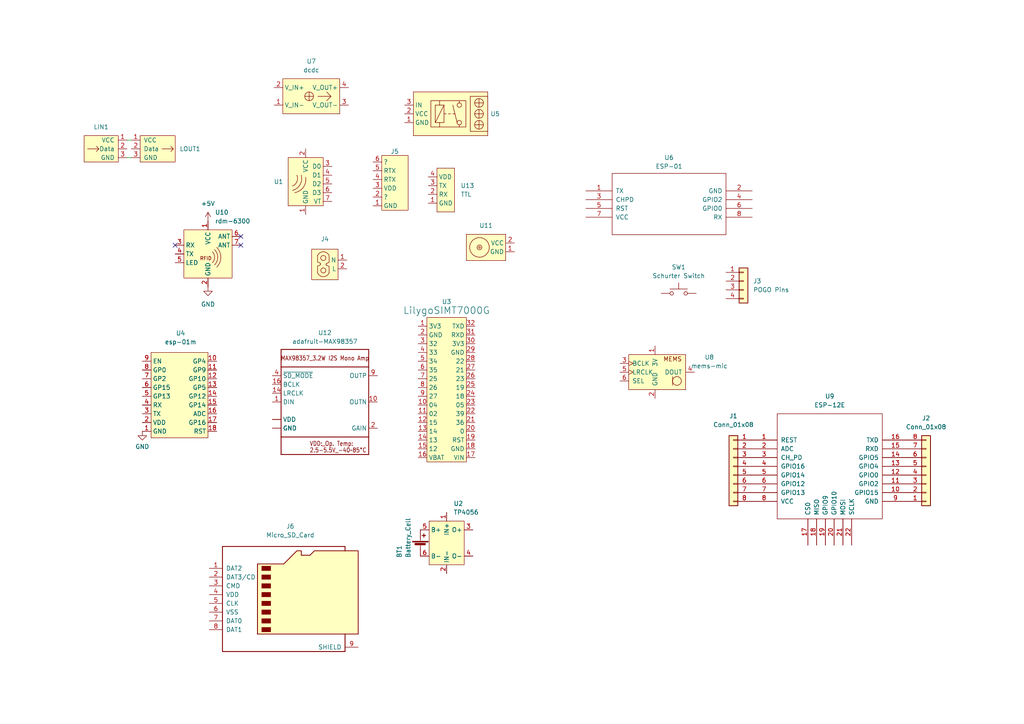
<source format=kicad_sch>
(kicad_sch (version 20211123) (generator eeschema)
  (paper "A4")
  (lib_symbols
    (symbol "Connector:Micro_SD_Card" (pin_names (offset 1.016))
      (property "Reference" "J" (at -16.51 15.24 0))
      (property "Value" "Micro_SD_Card" (at 16.51 15.24 0))
      (symbol "Micro_SD_Card_0_1"
        (rectangle (start -7.62 -9.525) (end -5.08 -10.795) (fill (type outline)))
        (rectangle (start -7.62 -6.985) (end -5.08 -8.255) (fill (type outline)))
        (rectangle (start -7.62 -4.445) (end -5.08 -5.715) (fill (type outline)))
        (rectangle (start -7.62 -1.905) (end -5.08 -3.175) (fill (type outline)))
        (rectangle (start -7.62 0.635) (end -5.08 -0.635) (fill (type outline)))
        (rectangle (start -7.62 3.175) (end -5.08 1.905) (fill (type outline)))
        (rectangle (start -7.62 5.715) (end -5.08 4.445) (fill (type outline)))
        (rectangle (start -7.62 8.255) (end -5.08 6.985) (fill (type outline)))
        (polyline (pts (xy 16.51 12.7) (xy 16.51 13.97) (xy -19.05 13.97) (xy -19.05 -16.51) (xy 16.51 -16.51) (xy 16.51 -11.43)) (stroke (width 0.254)))
        (polyline (pts (xy -8.89 -11.43) (xy -8.89 8.89) (xy -1.27 8.89) (xy 2.54 12.7) (xy 3.81 12.7) (xy 3.81 11.43) (xy 6.35 11.43) (xy 7.62 12.7) (xy 20.32 12.7) (xy 20.32 -11.43) (xy -8.89 -11.43)) (stroke (width 0.254)) (fill (type background)))
      )
      (symbol "Micro_SD_Card_1_1"
        (pin bidirectional line (at -22.86 7.62 0) (length 3.81) (name "DAT2") (number "1"))
        (pin bidirectional line (at -22.86 5.08 0) (length 3.81) (name "DAT3/CD") (number "2"))
        (pin input line (at -22.86 2.54 0) (length 3.81) (name "CMD") (number "3"))
        (pin power_in line (at -22.86 0 0) (length 3.81) (name "VDD") (number "4"))
        (pin input line (at -22.86 -2.54 0) (length 3.81) (name "CLK") (number "5"))
        (pin power_in line (at -22.86 -5.08 0) (length 3.81) (name "VSS") (number "6"))
        (pin bidirectional line (at -22.86 -7.62 0) (length 3.81) (name "DAT0") (number "7"))
        (pin bidirectional line (at -22.86 -10.16 0) (length 3.81) (name "DAT1") (number "8"))
        (pin passive line (at 20.32 -15.24 180) (length 3.81) (name "SHIELD") (number "9"))
      )
    )
    (symbol "Connector_Generic:Conn_01x04" (pin_names (offset 1.016) hide)
      (property "Reference" "J" (at 0 5.08 0))
      (property "Value" "Conn_01x04" (at 0 -7.62 0))
      (symbol "Conn_01x04_1_1"
        (rectangle (start -1.27 -4.953) (end 0 -5.207) (stroke (width 0.1524)))
        (rectangle (start -1.27 -2.413) (end 0 -2.667) (stroke (width 0.1524)))
        (rectangle (start -1.27 0.127) (end 0 -0.127) (stroke (width 0.1524)))
        (rectangle (start -1.27 2.667) (end 0 2.413) (stroke (width 0.1524)))
        (rectangle (start -1.27 3.81) (end 1.27 -6.35) (stroke (width 0.254)) (fill (type background)))
        (pin passive line (at -5.08 2.54 0) (length 3.81) (name "Pin_1") (number "1"))
        (pin passive line (at -5.08 0 0) (length 3.81) (name "Pin_2") (number "2"))
        (pin passive line (at -5.08 -2.54 0) (length 3.81) (name "Pin_3") (number "3"))
        (pin passive line (at -5.08 -5.08 0) (length 3.81) (name "Pin_4") (number "4"))
      )
    )
    (symbol "Connector_Generic:Conn_01x08" (pin_names (offset 1.016) hide)
      (property "Reference" "J" (at 0 10.16 0))
      (property "Value" "Conn_01x08" (at 0 -12.7 0))
      (symbol "Conn_01x08_1_1"
        (rectangle (start -1.27 -10.033) (end 0 -10.287) (stroke (width 0.1524)))
        (rectangle (start -1.27 -7.493) (end 0 -7.747) (stroke (width 0.1524)))
        (rectangle (start -1.27 -4.953) (end 0 -5.207) (stroke (width 0.1524)))
        (rectangle (start -1.27 -2.413) (end 0 -2.667) (stroke (width 0.1524)))
        (rectangle (start -1.27 0.127) (end 0 -0.127) (stroke (width 0.1524)))
        (rectangle (start -1.27 2.667) (end 0 2.413) (stroke (width 0.1524)))
        (rectangle (start -1.27 5.207) (end 0 4.953) (stroke (width 0.1524)))
        (rectangle (start -1.27 7.747) (end 0 7.493) (stroke (width 0.1524)))
        (rectangle (start -1.27 8.89) (end 1.27 -11.43) (stroke (width 0.254)) (fill (type background)))
        (pin passive line (at -5.08 7.62 0) (length 3.81) (name "Pin_1") (number "1"))
        (pin passive line (at -5.08 5.08 0) (length 3.81) (name "Pin_2") (number "2"))
        (pin passive line (at -5.08 2.54 0) (length 3.81) (name "Pin_3") (number "3"))
        (pin passive line (at -5.08 0 0) (length 3.81) (name "Pin_4") (number "4"))
        (pin passive line (at -5.08 -2.54 0) (length 3.81) (name "Pin_5") (number "5"))
        (pin passive line (at -5.08 -5.08 0) (length 3.81) (name "Pin_6") (number "6"))
        (pin passive line (at -5.08 -7.62 0) (length 3.81) (name "Pin_7") (number "7"))
        (pin passive line (at -5.08 -10.16 0) (length 3.81) (name "Pin_8") (number "8"))
      )
    )
    (symbol "Device:Battery_Cell" (pin_numbers hide) (pin_names (offset 0) hide)
      (property "Reference" "BT" (at 2.54 2.54 0))
      (property "Value" "Battery_Cell" (at 2.54 0 0))
      (symbol "Battery_Cell_0_1"
        (rectangle (start -2.286 1.778) (end 2.286 1.524) (fill (type outline)))
        (rectangle (start -1.5748 1.1938) (end 1.4732 0.6858) (fill (type outline)))
        (polyline (pts (xy 0 0.762) (xy 0 0)))
        (polyline (pts (xy 0 1.778) (xy 0 2.54)))
        (polyline (pts (xy 0.508 3.429) (xy 1.524 3.429)) (stroke (width 0.254)))
        (polyline (pts (xy 1.016 3.937) (xy 1.016 2.921)) (stroke (width 0.254)))
      )
      (symbol "Battery_Cell_1_1"
        (pin passive line (at 0 5.08 270) (length 2.54) (name "+") (number "1"))
        (pin passive line (at 0 -2.54 90) (length 2.54) (name "-") (number "2"))
      )
    )
    (symbol "ESP8266:ESP-01" (pin_names (offset 1.016))
      (property "Reference" "U" (at 0 -2.54 0))
      (property "Value" "ESP-01" (at 0 2.54 0))
      (symbol "ESP-01_1_0"
        (rectangle (start -16.51 -8.89) (end 16.51 8.89))
      )
      (symbol "ESP-01_1_1"
        (pin output line (at -24.13 3.81 0) (length 7.62) (name "TX") (number "1"))
        (pin power_in line (at 24.13 3.81 180) (length 7.62) (name "GND") (number "2"))
        (pin input line (at -24.13 1.27 0) (length 7.62) (name "CHPD") (number "3"))
        (pin tri_state line (at 24.13 1.27 180) (length 7.62) (name "GPIO2") (number "4"))
        (pin input line (at -24.13 -1.27 0) (length 7.62) (name "RST") (number "5"))
        (pin tri_state line (at 24.13 -1.27 180) (length 7.62) (name "GPIO0") (number "6"))
        (pin power_in line (at -24.13 -3.81 0) (length 7.62) (name "VCC") (number "7"))
        (pin input line (at 24.13 -3.81 180) (length 7.62) (name "RX") (number "8"))
      )
    )
    (symbol "ESP8266:ESP-12E" (pin_names (offset 1.016))
      (property "Reference" "U" (at 0 -2.54 0))
      (property "Value" "ESP-12E" (at 0 2.54 0))
      (symbol "ESP-12E_1_0"
        (rectangle (start -15.24 -15.24) (end 15.24 15.24))
      )
      (symbol "ESP-12E_1_1"
        (pin input line (at -22.86 7.62 0) (length 7.62) (name "REST") (number "1"))
        (pin bidirectional line (at 22.86 -7.62 180) (length 7.62) (name "GPIO15") (number "10"))
        (pin bidirectional line (at 22.86 -5.08 180) (length 7.62) (name "GPIO2") (number "11"))
        (pin bidirectional line (at 22.86 -2.54 180) (length 7.62) (name "GPIO0") (number "12"))
        (pin bidirectional line (at 22.86 0 180) (length 7.62) (name "GPIO4") (number "13"))
        (pin bidirectional line (at 22.86 2.54 180) (length 7.62) (name "GPIO5") (number "14"))
        (pin input line (at 22.86 5.08 180) (length 7.62) (name "RXD") (number "15"))
        (pin output line (at 22.86 7.62 180) (length 7.62) (name "TXD") (number "16"))
        (pin bidirectional line (at -6.35 -22.86 90) (length 7.62) (name "CS0") (number "17"))
        (pin bidirectional line (at -3.81 -22.86 90) (length 7.62) (name "MISO") (number "18"))
        (pin bidirectional line (at -1.27 -22.86 90) (length 7.62) (name "GPIO9") (number "19"))
        (pin passive line (at -22.86 5.08 0) (length 7.62) (name "ADC") (number "2"))
        (pin bidirectional line (at 1.27 -22.86 90) (length 7.62) (name "GPIO10") (number "20"))
        (pin bidirectional line (at 3.81 -22.86 90) (length 7.62) (name "MOSI") (number "21"))
        (pin bidirectional line (at 6.35 -22.86 90) (length 7.62) (name "SCLK") (number "22"))
        (pin input line (at -22.86 2.54 0) (length 7.62) (name "CH_PD") (number "3"))
        (pin bidirectional line (at -22.86 0 0) (length 7.62) (name "GPIO16") (number "4"))
        (pin bidirectional line (at -22.86 -2.54 0) (length 7.62) (name "GPIO14") (number "5"))
        (pin bidirectional line (at -22.86 -5.08 0) (length 7.62) (name "GPIO12") (number "6"))
        (pin bidirectional line (at -22.86 -7.62 0) (length 7.62) (name "GPIO13") (number "7"))
        (pin power_in line (at -22.86 -10.16 0) (length 7.62) (name "VCC") (number "8"))
        (pin power_in line (at 22.86 -10.16 180) (length 7.62) (name "GND") (number "9"))
      )
    )
    (symbol "LilygoSimT7000:LilygoSIMT7000G"
      (property "Reference" "U" (at 0 21.59 0))
      (property "Value" "LilygoSIMT7000G" (at -0.635 -0.635 90))
      (symbol "LilygoSIMT7000G_0_1"
        (rectangle (start -6.35 20.32) (end 5.08 -21.59) (fill (type background)))
      )
      (symbol "LilygoSIMT7000G_1_1"
        (pin input line (at -8.89 17.78 0) (length 2.54) (name "3V3") (number "1"))
        (pin bidirectional line (at -8.89 -5.08 0) (length 2.54) (name "04") (number "10"))
        (pin bidirectional line (at -8.89 -7.62 0) (length 2.54) (name "02") (number "11"))
        (pin bidirectional line (at -8.89 -10.16 0) (length 2.54) (name "15") (number "12"))
        (pin bidirectional line (at -8.89 -12.7 0) (length 2.54) (name "14") (number "13"))
        (pin bidirectional line (at -8.89 -15.24 0) (length 2.54) (name "13") (number "14"))
        (pin bidirectional line (at -8.89 -17.78 0) (length 2.54) (name "12") (number "15"))
        (pin power_in line (at -8.89 -20.32 0) (length 2.54) (name "VBAT") (number "16"))
        (pin power_in line (at 7.62 -20.32 180) (length 2.54) (name "VIN") (number "17"))
        (pin power_in line (at 7.62 -17.78 180) (length 2.54) (name "GND") (number "18"))
        (pin input line (at 7.62 -15.24 180) (length 2.54) (name "RST") (number "19"))
        (pin power_in line (at -8.89 15.24 0) (length 2.54) (name "GND") (number "2"))
        (pin bidirectional line (at 7.62 -12.7 180) (length 2.54) (name "0") (number "20"))
        (pin bidirectional line (at 7.62 -10.16 180) (length 2.54) (name "36") (number "21"))
        (pin bidirectional line (at 7.62 -7.62 180) (length 2.54) (name "39") (number "22"))
        (pin bidirectional line (at 7.62 -5.08 180) (length 2.54) (name "05") (number "23"))
        (pin bidirectional line (at 7.62 -2.54 180) (length 2.54) (name "18") (number "24"))
        (pin bidirectional line (at 7.62 0 180) (length 2.54) (name "19") (number "25"))
        (pin bidirectional line (at 7.62 2.54 180) (length 2.54) (name "23") (number "26"))
        (pin bidirectional line (at 7.62 5.08 180) (length 2.54) (name "21") (number "27"))
        (pin bidirectional line (at 7.62 7.62 180) (length 2.54) (name "22") (number "28"))
        (pin power_in line (at 7.62 10.16 180) (length 2.54) (name "GND") (number "29"))
        (pin bidirectional line (at -8.89 12.7 0) (length 2.54) (name "32") (number "3"))
        (pin power_out line (at 7.62 12.7 180) (length 2.54) (name "3V3") (number "30"))
        (pin input line (at 7.62 15.24 180) (length 2.54) (name "RXD") (number "31"))
        (pin output line (at 7.62 17.78 180) (length 2.54) (name "TXD") (number "32"))
        (pin bidirectional line (at -8.89 10.16 0) (length 2.54) (name "33") (number "4"))
        (pin bidirectional line (at -8.89 7.62 0) (length 2.54) (name "34") (number "5"))
        (pin bidirectional line (at -8.89 5.08 0) (length 2.54) (name "35") (number "6"))
        (pin bidirectional line (at -8.89 2.54 0) (length 2.54) (name "25") (number "7"))
        (pin bidirectional line (at -8.89 0 0) (length 2.54) (name "26") (number "8"))
        (pin bidirectional line (at -8.89 -2.54 0) (length 2.54) (name "27") (number "9"))
      )
    )
    (symbol "Switch:SW_Push" (pin_numbers hide) (pin_names (offset 1.016) hide)
      (property "Reference" "SW" (at 1.27 2.54 0))
      (property "Value" "SW_Push" (at 0 -1.524 0))
      (symbol "SW_Push_0_1"
        (circle (center -2.032 0) (radius 0.508))
        (polyline (pts (xy 0 1.27) (xy 0 3.048)))
        (polyline (pts (xy 2.54 1.27) (xy -2.54 1.27)))
        (circle (center 2.032 0) (radius 0.508))
        (pin passive line (at -5.08 0 0) (length 2.54) (name "1") (number "1"))
        (pin passive line (at 5.08 0 180) (length 2.54) (name "2") (number "2"))
      )
    )
    (symbol "TP4056:TP4056"
      (property "Reference" "U" (at -5.715 7.62 0))
      (property "Value" "TP4056" (at 3.81 -7.62 0))
      (symbol "TP4056_0_1"
        (rectangle (start -5.08 6.35) (end 5.08 -6.35) (fill (type background)))
      )
      (symbol "TP4056_1_1"
        (pin power_in line (at 0 8.89 270) (length 2.54) (name "IN+") (number "1"))
        (pin power_in line (at 0 -8.89 90) (length 2.54) (name "IN-") (number "2"))
        (pin power_out line (at 7.62 3.81 180) (length 2.54) (name "O+") (number "3"))
        (pin power_out line (at 7.62 -3.81 180) (length 2.54) (name "O-") (number "4"))
        (pin power_in line (at -7.62 3.81 0) (length 2.54) (name "B+") (number "5"))
        (pin power_in line (at -7.62 -3.81 0) (length 2.54) (name "B-") (number "6"))
      )
    )
    (symbol "adafruit-MAX98357:adafruit-MAX98357"
      (property "Reference" "U" (at -12.7 15.875 0))
      (property "Value" "adafruit-MAX98357" (at -12.7 -17.78 0))
      (symbol "adafruit-MAX98357_1_0"
        (polyline (pts (xy -12.7 -15.24) (xy 12.7 -15.24)) (stroke (width 0.254)))
        (polyline (pts (xy -12.7 -10.16) (xy -12.7 -15.24)) (stroke (width 0.254)))
        (polyline (pts (xy -12.7 -10.16) (xy -12.7 10.16)) (stroke (width 0.254)))
        (polyline (pts (xy -12.7 10.16) (xy -12.7 15.24)) (stroke (width 0.254)))
        (polyline (pts (xy -12.7 10.16) (xy 12.7 10.16)) (stroke (width 0.254)))
        (polyline (pts (xy -12.7 15.24) (xy 12.7 15.24)) (stroke (width 0.254)))
        (polyline (pts (xy 12.7 -15.24) (xy 12.7 -10.16)) (stroke (width 0.254)))
        (polyline (pts (xy 12.7 -10.16) (xy -12.7 -10.16)) (stroke (width 0.254)))
        (polyline (pts (xy 12.7 10.16) (xy 12.7 -10.16)) (stroke (width 0.254)))
        (polyline (pts (xy 12.7 15.24) (xy 12.7 10.16)) (stroke (width 0.254)))
        (text "2.5-5.5V_-40~85°C" (at -4.445 -13.97 0) (effects (font (size 1.27 1.0795)) (justify left)))
        (text "MAX98357_3.2W I2S Mono Amp" (at 0 12.7 0) (effects (font (size 1.27 1.0795))))
        (text "VDD:_Op. Temp:" (at -4.445 -12.065 0) (effects (font (size 1.27 1.0795)) (justify left)))
        (pin bidirectional line (at -15.24 0 0) (length 2.54) (name "DIN") (number "1"))
        (pin output line (at 15.24 0 180) (length 2.54) (name "OUTN") (number "10"))
        (pin power_in line (at -15.24 -7.62 0) (length 2.54) (name "GND") (number "11"))
        (pin bidirectional line (at -15.24 2.54 0) (length 2.54) (name "LRCLK") (number "14"))
        (pin power_in line (at -15.24 -7.62 0) (length 2.54) (name "GND") (number "15"))
        (pin bidirectional line (at -15.24 5.08 0) (length 2.54) (name "BCLK") (number "16"))
        (pin bidirectional line (at 15.24 -7.62 180) (length 2.54) (name "GAIN") (number "2"))
        (pin power_in line (at -15.24 -7.62 0) (length 2.54) (name "GND") (number "3"))
        (pin bidirectional line (at -15.24 7.62 0) (length 2.54) (name "~{SD_MODE}") (number "4"))
        (pin power_in line (at -15.24 -5.08 0) (length 2.54) (name "VDD") (number "7"))
        (pin power_in line (at -15.24 -5.08 0) (length 2.54) (name "VDD") (number "8"))
        (pin output line (at 15.24 7.62 180) (length 2.54) (name "OUTP") (number "9"))
        (pin power_in line (at -15.24 -7.62 0) (length 2.54) (name "GND") (number "THERMAL"))
      )
    )
    (symbol "c8-inlet:c8-inlet"
      (property "Reference" "J" (at -0.8128 6.604 0))
      (symbol "c8-inlet_0_1"
        (arc (start -2.1336 -1.1271) (mid -0.4572 -2.2625) (end 1.2192 -1.1271))
        (circle (center -0.4572 -0.4572) (radius 0.7273))
        (circle (center -0.4572 3.1496) (radius 0.7273))
        (polyline (pts (xy -2.1336 -1.0668) (xy -2.1336 0.8128) (xy -1.27 1.1684) (xy -1.27 1.4224)))
        (polyline (pts (xy -2.1336 3.8608) (xy -2.1336 1.9812) (xy -1.27 1.6256) (xy -1.27 1.3716)))
        (polyline (pts (xy 1.2192 -1.1684) (xy 1.2192 0.7112) (xy 0.3556 1.0668) (xy 0.3556 1.3208)))
        (polyline (pts (xy 1.2192 3.7592) (xy 1.2192 1.8796) (xy 0.3556 1.524) (xy 0.3556 1.27)))
        (arc (start 1.2192 3.8195) (mid -0.4572 4.9549) (end -2.1336 3.8195))
        (rectangle (start 3.81 5.715) (end -3.81 -3.175) (fill (type background)))
      )
      (symbol "c8-inlet_1_1"
        (pin power_in line (at 6.35 2.54 180) (length 2.54) (name "N") (number "1"))
        (pin power_in line (at 6.35 0 180) (length 2.54) (name "L") (number "2"))
      )
    )
    (symbol "dcdc:dcdc"
      (property "Reference" "U" (at 0 7.62 0))
      (property "Value" "dcdc" (at 0 6.35 0))
      (symbol "dcdc_0_1"
        (rectangle (start -7.62 5.08) (end 8.89 -5.08) (fill (type background)))
        (polyline (pts (xy -1.27 0) (xy 1.27 0)))
        (polyline (pts (xy 0 1.27) (xy 0 -1.27)))
        (polyline (pts (xy 2.54 0) (xy 6.35 0) (xy 5.08 1.27) (xy 6.35 0) (xy 5.08 -1.27)))
        (circle (center 0 0) (radius 1.27))
      )
      (symbol "dcdc_1_1"
        (pin power_in line (at -10.16 -2.54 0) (length 2.54) (name "V_IN-") (number "1"))
        (pin power_in line (at -10.16 2.54 0) (length 2.54) (name "V_IN+") (number "2"))
        (pin power_out line (at 11.43 -2.54 180) (length 2.54) (name "V_OUT-") (number "3"))
        (pin power_out line (at 11.43 2.54 180) (length 2.54) (name "V_OUT+") (number "4"))
      )
    )
    (symbol "esp-01m:esp-01m"
      (property "Reference" "U" (at 0.635 -13.335 0))
      (property "Value" "esp-01m" (at 0.635 14.605 0))
      (symbol "esp-01m_0_1"
        (rectangle (start -7.62 12.7) (end 8.89 -12.065) (fill (type background)))
      )
      (symbol "esp-01m_1_1"
        (pin power_in line (at -10.16 -10.16 0) (length 2.54) (name "GND") (number "1"))
        (pin tri_state line (at 11.43 10.16 180) (length 2.54) (name "GP4") (number "10"))
        (pin tri_state line (at 11.43 7.62 180) (length 2.54) (name "GP9") (number "11"))
        (pin tri_state line (at 11.43 5.08 180) (length 2.54) (name "GP10") (number "12"))
        (pin tri_state line (at 11.43 2.54 180) (length 2.54) (name "GP5") (number "13"))
        (pin tri_state line (at 11.43 0 180) (length 2.54) (name "GP12") (number "14"))
        (pin tri_state line (at 11.43 -2.54 180) (length 2.54) (name "GP14") (number "15"))
        (pin input line (at 11.43 -5.08 180) (length 2.54) (name "ADC") (number "16"))
        (pin tri_state line (at 11.43 -7.62 180) (length 2.54) (name "GP16") (number "17"))
        (pin input line (at 11.43 -10.16 180) (length 2.54) (name "RST") (number "18"))
        (pin power_in line (at -10.16 -7.62 0) (length 2.54) (name "VDD") (number "2"))
        (pin output line (at -10.16 -5.08 0) (length 2.54) (name "TX") (number "3"))
        (pin input line (at -10.16 -2.54 0) (length 2.54) (name "RX") (number "4"))
        (pin tri_state line (at -10.16 0 0) (length 2.54) (name "GP13") (number "5"))
        (pin tri_state line (at -10.16 2.54 0) (length 2.54) (name "GP15") (number "6"))
        (pin tri_state line (at -10.16 5.08 0) (length 2.54) (name "GP2") (number "7"))
        (pin tri_state line (at -10.16 7.62 0) (length 2.54) (name "GP0") (number "8"))
        (pin input line (at -10.16 10.16 0) (length 2.54) (name "EN") (number "9"))
      )
    )
    (symbol "ftdi-connector:FTDI"
      (property "Reference" "J" (at 5.715 10.795 0))
      (symbol "FTDI_0_1"
        (rectangle (start 2.54 9.525) (end 10.16 -6.35) (fill (type background)))
      )
      (symbol "FTDI_1_1"
        (pin power_in line (at 0 -5.08 0) (length 2.54) (name "GND") (number "1"))
        (pin input line (at 0 -2.54 0) (length 2.54) (name "?") (number "2"))
        (pin power_in line (at 0 0 0) (length 2.54) (name "VDD") (number "3"))
        (pin input line (at 0 2.54 0) (length 2.54) (name "RTX") (number "4"))
        (pin input line (at 0 5.08 0) (length 2.54) (name "RTX") (number "5"))
        (pin input line (at 0 7.62 0) (length 2.54) (name "?") (number "6"))
      )
    )
    (symbol "ftdi-connector:TTL"
      (property "Reference" "U" (at -6.1468 2.3368 0))
      (property "Value" "TTL" (at 2.54 7.62 0))
      (symbol "TTL_0_1"
        (rectangle (start 0 5.08) (end 5.08 -7.62) (fill (type background)))
      )
      (symbol "TTL_1_1"
        (pin power_in line (at -2.54 -5.08 0) (length 2.54) (name "GND") (number "1"))
        (pin input line (at -2.54 -2.54 0) (length 2.54) (name "RX") (number "2"))
        (pin output line (at -2.54 0 0) (length 2.54) (name "TX") (number "3"))
        (pin power_in line (at -2.54 2.54 0) (length 2.54) (name "VDD") (number "4"))
      )
    )
    (symbol "magnetic-charger_1"
      (property "Reference" "U" (at 0 5.08 0))
      (symbol "magnetic-charger_1_0_1"
        (rectangle (start -6.35 3.81) (end 5.08 -3.81) (fill (type background)))
        (circle (center -2.54 0) (radius 0.2583))
        (circle (center -2.54 0) (radius 0.6825))
        (circle (center -2.54 0) (radius 2.8398))
      )
      (symbol "magnetic-charger_1_1_1"
        (pin power_in line (at 7.62 -1.27 180) (length 2.54) (name "GND") (number "1"))
        (pin power_in line (at 7.62 1.27 180) (length 2.54) (name "VCC") (number "2"))
      )
    )
    (symbol "mems-mic:mems-mic" (pin_names (offset 1.016))
      (property "Reference" "U" (at 7.62 6.35 0))
      (property "Value" "mems-mic" (at -6.985 6.35 0))
      (symbol "mems-mic_0_0"
        (text "MEMS" (at 5.08 3.81 0) (effects (font (size 1.27 1.27))))
      )
      (symbol "mems-mic_0_1"
        (rectangle (start -7.62 5.08) (end 8.89 -5.08) (fill (type background)))
        (polyline (pts (xy 5.08 -1.27) (xy 5.08 -3.81)))
        (circle (center 6.35 -2.54) (radius 1.27))
      )
      (symbol "mems-mic_1_1"
        (pin power_in line (at 0 7.62 270) (length 2.54) (name "3V") (number "1"))
        (pin power_in line (at 0 -7.62 90) (length 2.54) (name "GND") (number "2"))
        (pin input clock (at -10.16 2.54 0) (length 2.54) (name "BCLK") (number "3"))
        (pin output line (at 11.43 0 180) (length 2.54) (name "DOUT") (number "4"))
        (pin input clock (at -10.16 0 0) (length 2.54) (name "LRCLK") (number "5"))
        (pin input line (at -10.16 -2.54 0) (length 2.54) (name "SEL") (number "6"))
      )
    )
    (symbol "neopixel-strip:LEDs_In" (pin_names (offset 1.016))
      (property "Reference" "LIN?" (at 0 5.08 0))
      (symbol "LEDs_In_0_1"
        (rectangle (start -4.826 3.81) (end 5.08 -3.81) (stroke (width 0.1524)) (fill (type background)))
        (polyline (pts (xy -3.81 0) (xy -0.508 0) (xy -1.27 0.762) (xy -0.508 0) (xy -1.27 -0.762)) (stroke (width 0.1524)))
      )
      (symbol "LEDs_In_1_1"
        (pin power_out line (at 7.62 2.54 180) (length 2.54) (name "VCC") (number "1"))
        (pin output line (at 7.62 0 180) (length 2.54) (name "Data") (number "2"))
        (pin power_out line (at 7.62 -2.54 180) (length 2.54) (name "GND") (number "3"))
      )
    )
    (symbol "neopixel-strip:LEDs_Out" (pin_names (offset 1.016))
      (property "Reference" "LOUT?" (at 0 7.874 0))
      (symbol "LEDs_Out_0_1"
        (rectangle (start -5.08 5.08) (end 5.08 -2.54) (stroke (width 0.1524)) (fill (type background)))
        (polyline (pts (xy 1.27 1.27) (xy 4.572 1.27) (xy 3.81 2.032) (xy 4.572 1.27) (xy 3.81 0.508)) (stroke (width 0.1524)))
      )
      (symbol "LEDs_Out_1_1"
        (pin power_in line (at -7.62 3.81 0) (length 2.54) (name "VCC") (number "1"))
        (pin input line (at -7.62 1.27 0) (length 2.54) (name "Data") (number "2"))
        (pin power_in line (at -7.62 -1.27 0) (length 2.54) (name "GND") (number "3"))
      )
    )
    (symbol "power:+5V" (power) (pin_names (offset 0))
      (property "Value" "+5V" (at 0 3.556 0))
      (symbol "+5V_0_1"
        (polyline (pts (xy -0.762 1.27) (xy 0 2.54)))
        (polyline (pts (xy 0 0) (xy 0 2.54)))
        (polyline (pts (xy 0 2.54) (xy 0.762 1.27)))
      )
      (symbol "+5V_1_1"
        (pin power_in line (at 0 0 90) (length 0) hide (name "+5V") (number "1"))
      )
    )
    (symbol "power:GND" (power) (pin_names (offset 0))
      (property "Value" "GND" (at 0 -3.81 0))
      (symbol "GND_0_1"
        (polyline (pts (xy 0 0) (xy 0 -1.27) (xy 1.27 -1.27) (xy 0 -2.54) (xy -1.27 -1.27) (xy 0 -1.27)))
      )
      (symbol "GND_1_1"
        (pin power_in line (at 0 0 270) (length 0) hide (name "GND") (number "1"))
      )
    )
    (symbol "radio-receiver:radio-receiver"
      (property "Reference" "U" (at 4.445 8.255 0))
      (symbol "radio-receiver_0_1"
        (rectangle (start -4.445 7.62) (end 5.715 -6.35) (fill (type background)))
        (arc (start -3.175 -1.905) (mid -0.9845 -0.2085) (end -0.635 2.54))
        (arc (start -3.175 -0.635) (mid -1.8824 0.6895) (end -1.905 2.54))
        (arc (start -2.54 -2.54) (mid -0.032 -0.975) (end 0.635 1.905))
      )
      (symbol "radio-receiver_1_1"
        (pin power_in line (at 0.635 -8.89 90) (length 2.54) (name "GND") (number "1"))
        (pin power_in line (at 0.635 10.16 270) (length 2.54) (name "VCC") (number "2"))
        (pin output line (at 8.255 5.08 180) (length 2.54) (name "D0") (number "3"))
        (pin output line (at 8.255 2.54 180) (length 2.54) (name "D1") (number "4"))
        (pin output line (at 8.255 0 180) (length 2.54) (name "D2") (number "5"))
        (pin output line (at 8.255 -2.54 180) (length 2.54) (name "D3") (number "6"))
        (pin output line (at 8.255 -5.08 180) (length 2.54) (name "VT") (number "7"))
      )
    )
    (symbol "rdm-6300:rdm-6300"
      (property "Reference" "U" (at 2.54 8.89 0))
      (property "Value" "rdm-6300" (at 5.715 -8.255 0))
      (symbol "rdm-6300_0_0"
        (text "RFID" (at -0.635 -1.27 0) (effects (font (size 1 1))))
      )
      (symbol "rdm-6300_0_1"
        (rectangle (start -6.985 6.985) (end 6.985 -6.985) (fill (type background)))
        (arc (start 1.27 -2.54) (mid 1.9264 -0.9525) (end 1.27 0.635))
        (arc (start 1.905 -3.175) (mid 2.8238 -0.9525) (end 1.905 1.27))
        (arc (start 2.54 -3.81) (mid 3.7205 -0.9525) (end 2.54 1.905))
      )
      (symbol "rdm-6300_1_1"
        (pin power_in line (at 0 9.525 270) (length 2.54) (name "VCC") (number "1"))
        (pin power_in line (at 0 -9.525 90) (length 2.54) (name "GND") (number "2"))
        (pin input line (at -9.525 2.54 0) (length 2.54) (name "RX") (number "3"))
        (pin output line (at -9.525 0 0) (length 2.54) (name "TX") (number "4"))
        (pin output line (at -9.525 -2.54 0) (length 2.54) (name "LED") (number "5"))
        (pin bidirectional line (at 9.525 5.08 180) (length 2.54) (name "ANT") (number "6"))
        (pin bidirectional line (at 9.525 2.54 180) (length 2.54) (name "ANT") (number "7"))
      )
    )
    (symbol "relais_module:relais_module"
      (property "Reference" "U" (at 0 8.89 0))
      (symbol "relais_module_0_1"
        (rectangle (start -11.43 6.35) (end 10.16 -6.35) (fill (type background)))
        (rectangle (start -6.35 3.81) (end 3.81 -3.81))
        (rectangle (start -5.08 2.54) (end -2.54 -2.54))
        (polyline (pts (xy -3.81 -2.54) (xy -3.81 -3.81)))
        (polyline (pts (xy -3.81 2.54) (xy -3.81 3.81)))
        (polyline (pts (xy -2.54 0) (xy -1.905 0)))
        (polyline (pts (xy -2.54 2.54) (xy -5.08 -2.54)))
        (polyline (pts (xy -1.27 0) (xy -0.635 0)))
        (polyline (pts (xy 0 0) (xy 0.635 0)))
        (polyline (pts (xy 0 2.54) (xy 1.27 -2.54)))
        (polyline (pts (xy 1.905 -3.175) (xy 1.905 -3.81)))
        (polyline (pts (xy 1.905 3.81) (xy 1.905 3.175)))
        (polyline (pts (xy 6.35 -3.175) (xy 8.89 -3.175)))
        (polyline (pts (xy 6.35 0) (xy 8.89 0)))
        (polyline (pts (xy 6.35 3.175) (xy 8.89 3.175)))
        (polyline (pts (xy 7.62 -1.905) (xy 7.62 -4.445)))
        (polyline (pts (xy 7.62 1.27) (xy 7.62 -1.27)))
        (polyline (pts (xy 7.62 4.445) (xy 7.62 1.905)))
        (circle (center 1.905 -2.54) (radius 0.635))
        (circle (center 1.905 2.54) (radius 0.635))
        (circle (center 7.62 -3.175) (radius 1.27))
        (circle (center 7.62 0) (radius 1.27))
        (circle (center 7.62 3.175) (radius 1.27))
        (rectangle (start 10.16 5.08) (end 5.08 -5.08))
      )
      (symbol "relais_module_1_1"
        (pin power_in line (at -13.97 -2.54 0) (length 2.54) (name "GND") (number "1"))
        (pin power_in line (at -13.97 0 0) (length 2.54) (name "VCC") (number "2"))
        (pin input line (at -13.97 2.54 0) (length 2.54) (name "IN") (number "3"))
      )
    )
  )
  (no_connect (at 50.8 71.12))
  (no_connect (at 69.85 68.58))
  (no_connect (at 69.85 71.12))
  (wire (pts (xy 36.83 45.72) (xy 38.1 45.72)))
  (wire (pts (xy 36.83 40.64) (xy 38.1 40.64)))
  (symbol (lib_id "power:+5V") (at 60.325 64.135 0) (unit 1)
    (property "Reference" "#PWR0101" (effects hide))
    (property "Value" "+5V" (at 60.325 59.055 0))
  )
  (symbol (lib_id "power:GND") (at 60.325 83.185 0) (unit 1)
    (property "Reference" "#PWR0102" (effects hide))
    (property "Value" "GND" (at 60.325 88.265 0))
  )
  (symbol (lib_id "Device:Battery_Cell") (at 121.92 158.75 0) (unit 1)
    (property "Reference" "BT1" (at 115.824 161.798 90) (effects (justify left)))
    (property "Value" "Battery_Cell" (at 118.364 161.798 90) (effects (justify left)))
  )
  (symbol (lib_id "ftdi-connector:FTDI") (at 108.204 54.61 0) (unit 1)
    (property "Reference" "J5" (at 113.284 43.942 0) (effects (justify left)))
    (property "Value" "FTDI" (effects hide))
    (property "Footprint" "Connector_PinHeader_2.54mm:PinHeader_1x06_P2.54mm_Horizontal" (effects hide))
  )
  (symbol (lib_id "esp-01m:esp-01m") (at 51.435 114.935 0) (unit 1)
    (property "Reference" "U4" (at 52.3875 96.647 0))
    (property "Value" "esp-01m" (at 52.3875 99.187 0))
    (property "Footprint" "esp-01m:esp-01m" (effects hide))
  )
  (symbol (lib_id "relais_module:relais_module") (at 131.318 33.02 0) (unit 1)
    (property "Reference" "U5" (at 142.24 33.0199 0) (effects (justify left)))
    (property "Value" "relais_module" (effects hide))
    (property "Footprint" "relais_module:relais_module" (effects hide))
  )
  (symbol (lib_id "ftdi-connector:TTL") (at 126.746 53.848 0) (unit 1)
    (property "Reference" "U13" (at 133.604 53.8479 0) (effects (justify left)))
    (property "Value" "TTL" (at 133.604 56.3879 0) (effects (justify left)))
    (property "Footprint" "Connector_PinHeader_2.54mm:PinHeader_1x04_P2.54mm_Vertical" (effects hide))
  )
  (symbol (lib_id "rdm-6300:rdm-6300") (at 60.325 73.66 0) (unit 1)
    (property "Reference" "U10" (at 62.3444 61.595 0) (effects (justify left)))
    (property "Value" "rdm-6300" (at 62.3444 64.135 0) (effects (justify left)))
    (property "Footprint" "rdm-6300:rdm-6300" (effects hide))
  )
  (symbol (lib_id "adafruit-MAX98357:adafruit-MAX98357") (at 94.234 116.586 0) (unit 1)
    (property "Reference" "U12" (at 94.234 96.52 0))
    (property "Value" "adafruit-MAX98357" (at 94.234 99.06 0))
    (property "Footprint" "adafruit-MAX98357:adafruit-MAX98357" (effects hide))
  )
  (symbol (lib_id "Switch:SW_Push") (at 196.85 85.09 0) (unit 1)
    (property "Reference" "SW1" (at 196.85 77.47 0))
    (property "Value" "Schurter Switch" (at 196.85 80.01 0))
    (property "Footprint" "schurter-switch:schurter-switch" (effects hide))
  )
  (symbol (lib_name "magnetic-charger_1") (lib_id "magnetic-charger:magnetic-charger") (at 141.605 71.755 0) (unit 1)
    (property "Reference" "U11" (at 140.97 65.405 0))
    (property "Value" "magnetic-charger" (effects hide))
    (property "Footprint" "magnetic-charger:magnetic-charger" (effects hide))
  )
  (symbol (lib_id "c8-inlet:c8-inlet") (at 94.234 77.978 0) (unit 1)
    (property "Reference" "J4" (at 94.234 69.342 0))
    (property "Value" "c8-inlet" (effects hide))
    (property "Footprint" "c8-inlet:c8-inlet" (effects hide))
    (property "Datasheet" "https://www.switchcraft.com/assets/1/24/RAPC322X_CD.PDF?4597" (effects hide))
  )
  (symbol (lib_id "Connector_Generic:Conn_01x08") (at 268.605 137.795 0) (mirror x) (unit 1)
    (property "Reference" "J2" (at 268.605 121.285 0))
    (property "Value" "Conn_01x08" (at 268.605 123.825 0))
    (property "Footprint" "Connector_PinHeader_2.54mm:PinHeader_1x08_P2.54mm_Vertical" (effects hide))
  )
  (symbol (lib_id "TP4056:TP4056") (at 129.54 157.48 0) (unit 1)
    (property "Reference" "U2" (at 131.5594 146.05 0) (effects (justify left)))
    (property "Value" "TP4056" (at 131.5594 148.59 0) (effects (justify left)))
    (property "Footprint" "TP4056:TP4056" (effects hide))
  )
  (symbol (lib_id "Connector:Micro_SD_Card") (at 83.566 172.466 0) (unit 1)
    (property "Reference" "J6" (at 84.201 152.654 0))
    (property "Value" "Micro_SD_Card" (at 84.201 155.194 0))
    (property "Footprint" "sd-card:sd-card" (effects hide))
    (property "Datasheet" "http://katalog.we-online.de/em/datasheet/693072010801.pdf" (effects hide))
  )
  (symbol (lib_id "neopixel-strip:LEDs_In") (at 29.21 43.18 0) (unit 1)
    (property "Reference" "LIN1" (at 29.337 36.83 0))
    (property "Value" "LEDs_In" (effects hide))
    (property "Footprint" "neopixel-strip:neopixel-strip" (effects hide))
  )
  (symbol (lib_id "ESP8266:ESP-01") (at 194.056 59.182 0) (unit 1)
    (property "Reference" "U6" (at 194.056 45.72 0))
    (property "Value" "ESP-01" (at 194.056 48.26 0))
    (property "Footprint" "ESP8266:ESP-01" (effects hide))
    (property "Datasheet" "http://l0l.org.uk/2014/12/esp8266-modules-hardware-guide-gotta-catch-em-all/" (effects hide))
  )
  (symbol (lib_id "mems-mic:mems-mic") (at 189.992 107.95 0) (unit 1)
    (property "Reference" "U8" (at 205.74 103.6193 0))
    (property "Value" "mems-mic" (at 205.74 106.1593 0))
    (property "Footprint" "mems-mic:mems-mic" (effects hide))
  )
  (symbol (lib_id "neopixel-strip:LEDs_Out") (at 45.72 44.45 0) (unit 1)
    (property "Reference" "LOUT1" (at 52.07 43.1799 0) (effects (justify left)))
    (property "Value" "LEDs_Out" (effects hide))
    (property "Footprint" "neopixel-strip:neopixel-strip" (effects hide))
  )
  (symbol (lib_id "power:GND") (at 41.275 125.095 0) (unit 1)
    (property "Reference" "#PWR0103" (effects hide))
    (property "Value" "GND" (at 41.275 129.54 0))
  )
  (symbol (lib_id "dcdc:dcdc") (at 89.662 27.94 0) (unit 1)
    (property "Reference" "U7" (at 90.297 17.78 0))
    (property "Value" "dcdc" (at 90.297 20.32 0))
    (property "Footprint" "dcdc:dcdc" (effects hide))
  )
  (symbol (lib_id "LilygoSimT7000:LilygoSIMT7000G") (at 130.175 112.395 0) (unit 1)
    (property "Reference" "U3" (at 129.54 87.503 0))
    (property "Value" "LilygoSIMT7000G" (at 129.54 90.043 0) (effects (font (size 2 2))))
    (property "Footprint" "LilygoSimT7000:LilygoSIM7000G" (effects hide))
  )
  (symbol (lib_id "ESP8266:ESP-12E") (at 240.665 135.255 0) (unit 1)
    (property "Reference" "U9" (at 240.665 114.935 0))
    (property "Value" "ESP-12E" (at 240.665 117.475 0))
    (property "Footprint" "ESP8266:ESP-12E" (effects hide))
    (property "Datasheet" "http://l0l.org.uk/2014/12/esp8266-modules-hardware-guide-gotta-catch-em-all/" (effects hide))
  )
  (symbol (lib_id "Connector_Generic:Conn_01x04") (at 215.646 81.534 0) (unit 1)
    (property "Reference" "J3" (at 218.44 81.5339 0) (effects (justify left)))
    (property "Value" "POGO Pins" (at 218.44 84.0739 0) (effects (justify left)))
    (property "Footprint" "magnetic-pogo:magnetic-pogo" (effects hide))
  )
  (symbol (lib_id "Connector_Generic:Conn_01x08") (at 212.725 135.255 0) (mirror y) (unit 1)
    (property "Reference" "J1" (at 212.725 120.65 0))
    (property "Value" "Conn_01x08" (at 212.725 123.19 0))
    (property "Footprint" "Connector_PinHeader_2.54mm:PinHeader_1x08_P2.54mm_Vertical" (effects hide))
  )
  (symbol (lib_id "radio-receiver:radio-receiver") (at 88.011 53.34 0) (unit 1)
    (property "Reference" "U1" (at 82.169 52.7049 0) (effects (justify right)))
    (property "Value" "radio-receiver" (effects hide))
    (property "Footprint" "radio-receiver:radio-receiver" (effects hide))
  )
)
</source>
